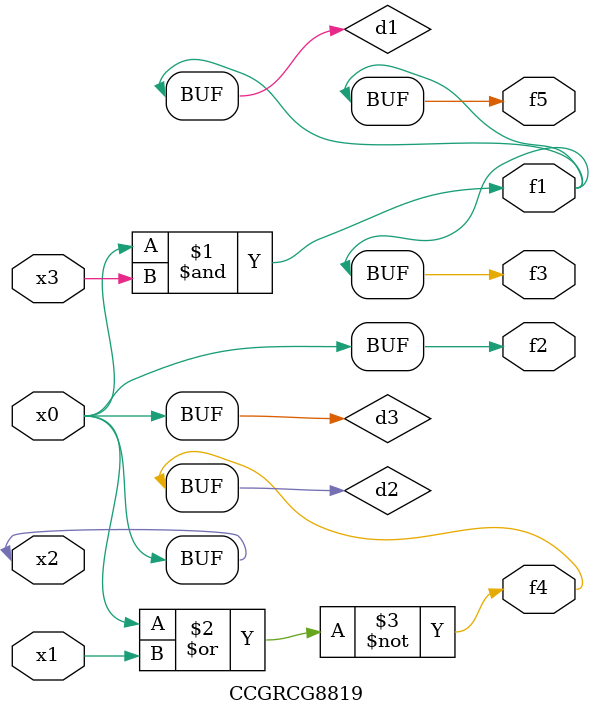
<source format=v>
module CCGRCG8819(
	input x0, x1, x2, x3,
	output f1, f2, f3, f4, f5
);

	wire d1, d2, d3;

	and (d1, x2, x3);
	nor (d2, x0, x1);
	buf (d3, x0, x2);
	assign f1 = d1;
	assign f2 = d3;
	assign f3 = d1;
	assign f4 = d2;
	assign f5 = d1;
endmodule

</source>
